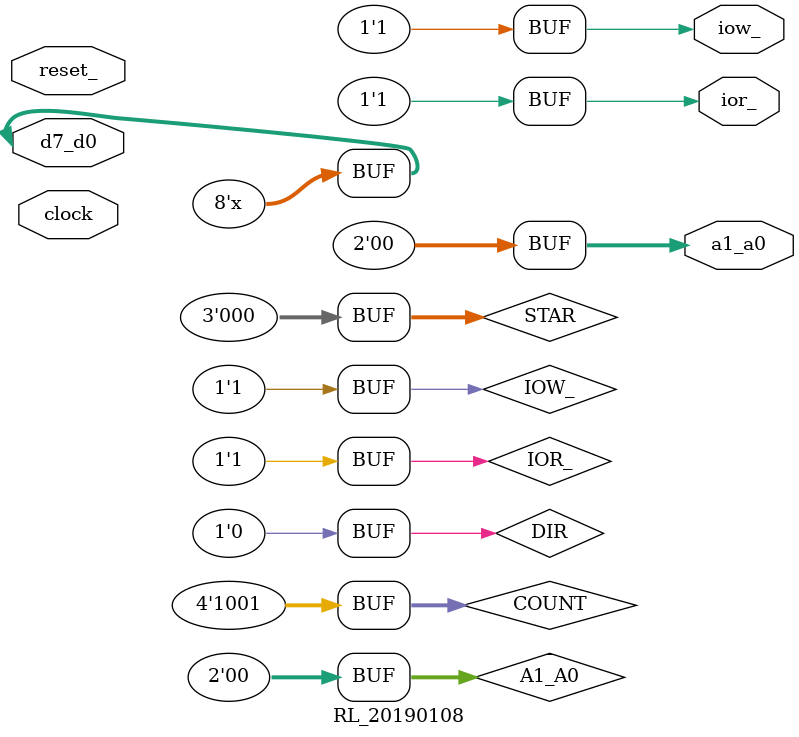
<source format=v>
/**
 * File:    RL-20190108.v
 *
 * Author:  Rambod Rahmani <rambodrahmani@autistici.org>
 *          Created on 12/07/2019.
 */

module RL_20190108(ior_, iow_, d7_d0, a1_a0, clock, reset_);
    input           clock, reset_;
    output          ior_;
    output          iow_;
    inout   [7:0]   d7_d0;
    output  [1:0]   a1_a0;

    reg         IOR_;
    reg         IOW_;
    reg  [7:0]  D7_D0;
    reg         DIR;
    reg  [1:0]  A1_A0;
    reg  [3:0]  COUNT;

    assign ior_ = IOR_;
    assign iow_ = IOW_;
    assign d7_d0 = (DIR == 1)? D7_D0 : 'HZZ;
    assign a1_a0 = A1_A0;
    
    reg [2:0] STAR;
    parameter S0 = 0, S1 = 1, S2 = 2, S3 = 3, S4 = 4;

    parameter Num_Cicli = 9;

    always @(reset_ == 0) #1 begin
                                COUNT <= Num_Cicli;
                                IOR_ <= 1;
                                IOW_ <= 1;
                                DIR <= 0;
                                A1_A0 <= 0;
                                STAR <= S0;
                             end

    always @(posedge clock) if (reset_ == 1) #3
        casex(STAR)
            S0: begin
                    COUNT <= COUNT - 1;
                    IOR_ <= 0;
                    STAR <= S1;
                end
            S1: begin
                    COUNT <= COUNT - 1;
                    D7_D0 <= d7_d0;
                    IOR_ <= 1;
                    A1_A0 <= A1_A0 + 1;
                    DIR <= 1;
                    STAR <= S2;
                end
            S2: begin
                    COUNT <= COUNT - 1;
                    IOW_ <= 0;
                    STAR <= S3;
                end
            S3: begin
                    COUNT <= COUNT - 1;
                    IOW_ <= 1;
                    STAR <= S4;
                end
            S4: begin
                    COUNT <= (COUNT == 1)? Num_Cicli : (COUNT - 1);
                    STAR <= (COUNT == 1)? S0:S4;
                end
        endcase
endmodule


</source>
